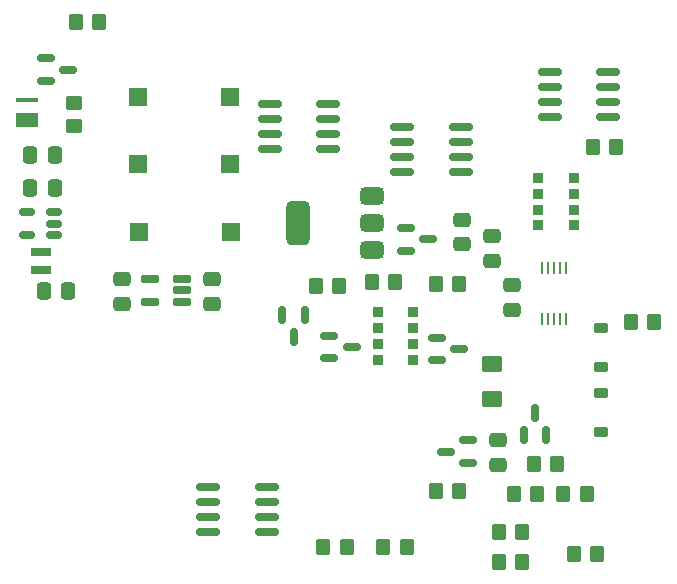
<source format=gbr>
%TF.GenerationSoftware,KiCad,Pcbnew,9.0.3*%
%TF.CreationDate,2025-08-02T21:51:47-05:00*%
%TF.ProjectId,DMM_KiCAD_V3_next KiCAD9,444d4d5f-4b69-4434-9144-5f56335f6e65,rev?*%
%TF.SameCoordinates,Original*%
%TF.FileFunction,Paste,Top*%
%TF.FilePolarity,Positive*%
%FSLAX46Y46*%
G04 Gerber Fmt 4.6, Leading zero omitted, Abs format (unit mm)*
G04 Created by KiCad (PCBNEW 9.0.3) date 2025-08-02 21:51:47*
%MOMM*%
%LPD*%
G01*
G04 APERTURE LIST*
G04 Aperture macros list*
%AMRoundRect*
0 Rectangle with rounded corners*
0 $1 Rounding radius*
0 $2 $3 $4 $5 $6 $7 $8 $9 X,Y pos of 4 corners*
0 Add a 4 corners polygon primitive as box body*
4,1,4,$2,$3,$4,$5,$6,$7,$8,$9,$2,$3,0*
0 Add four circle primitives for the rounded corners*
1,1,$1+$1,$2,$3*
1,1,$1+$1,$4,$5*
1,1,$1+$1,$6,$7*
1,1,$1+$1,$8,$9*
0 Add four rect primitives between the rounded corners*
20,1,$1+$1,$2,$3,$4,$5,0*
20,1,$1+$1,$4,$5,$6,$7,0*
20,1,$1+$1,$6,$7,$8,$9,0*
20,1,$1+$1,$8,$9,$2,$3,0*%
G04 Aperture macros list end*
%ADD10RoundRect,0.250000X-0.350000X-0.450000X0.350000X-0.450000X0.350000X0.450000X-0.350000X0.450000X0*%
%ADD11RoundRect,0.150000X-0.825000X-0.150000X0.825000X-0.150000X0.825000X0.150000X-0.825000X0.150000X0*%
%ADD12R,1.800000X0.650000*%
%ADD13R,1.500000X1.500000*%
%ADD14R,1.900000X1.300000*%
%ADD15R,1.900000X0.400000*%
%ADD16RoundRect,0.250000X-0.450000X0.350000X-0.450000X-0.350000X0.450000X-0.350000X0.450000X0.350000X0*%
%ADD17RoundRect,0.150000X0.587500X0.150000X-0.587500X0.150000X-0.587500X-0.150000X0.587500X-0.150000X0*%
%ADD18RoundRect,0.250000X0.350000X0.450000X-0.350000X0.450000X-0.350000X-0.450000X0.350000X-0.450000X0*%
%ADD19RoundRect,0.225000X-0.375000X0.225000X-0.375000X-0.225000X0.375000X-0.225000X0.375000X0.225000X0*%
%ADD20RoundRect,0.250000X-0.475000X0.337500X-0.475000X-0.337500X0.475000X-0.337500X0.475000X0.337500X0*%
%ADD21RoundRect,0.150000X0.150000X-0.587500X0.150000X0.587500X-0.150000X0.587500X-0.150000X-0.587500X0*%
%ADD22RoundRect,0.150000X-0.587500X-0.150000X0.587500X-0.150000X0.587500X0.150000X-0.587500X0.150000X0*%
%ADD23R,0.900000X0.900000*%
%ADD24RoundRect,0.250000X0.475000X-0.337500X0.475000X0.337500X-0.475000X0.337500X-0.475000X-0.337500X0*%
%ADD25RoundRect,0.150000X0.825000X0.150000X-0.825000X0.150000X-0.825000X-0.150000X0.825000X-0.150000X0*%
%ADD26RoundRect,0.375000X0.625000X0.375000X-0.625000X0.375000X-0.625000X-0.375000X0.625000X-0.375000X0*%
%ADD27RoundRect,0.500000X0.500000X1.400000X-0.500000X1.400000X-0.500000X-1.400000X0.500000X-1.400000X0*%
%ADD28RoundRect,0.250000X-0.337500X-0.475000X0.337500X-0.475000X0.337500X0.475000X-0.337500X0.475000X0*%
%ADD29R,0.250000X1.100000*%
%ADD30RoundRect,0.150000X-0.150000X0.587500X-0.150000X-0.587500X0.150000X-0.587500X0.150000X0.587500X0*%
%ADD31RoundRect,0.150000X0.512500X0.150000X-0.512500X0.150000X-0.512500X-0.150000X0.512500X-0.150000X0*%
%ADD32RoundRect,0.162500X0.617500X0.162500X-0.617500X0.162500X-0.617500X-0.162500X0.617500X-0.162500X0*%
%ADD33RoundRect,0.250001X-0.624999X0.462499X-0.624999X-0.462499X0.624999X-0.462499X0.624999X0.462499X0*%
G04 APERTURE END LIST*
D10*
%TO.C,R7*%
X135500000Y-60800000D03*
X137500000Y-60800000D03*
%TD*%
D11*
%TO.C,U8*%
X108150000Y-57100000D03*
X108150000Y-58370000D03*
X108150000Y-59640000D03*
X108150000Y-60910000D03*
X113100000Y-60910000D03*
X113100000Y-59640000D03*
X113100000Y-58370000D03*
X113100000Y-57100000D03*
%TD*%
D12*
%TO.C,L1*%
X88778500Y-71194000D03*
X88778500Y-69644000D03*
%TD*%
D13*
%TO.C,SW1*%
X104775000Y-56515000D03*
X96975000Y-56515000D03*
%TD*%
%TO.C,SW2*%
X104775000Y-62230000D03*
X96975000Y-62230000D03*
%TD*%
D14*
%TO.C,D1*%
X87630000Y-58465000D03*
D15*
X87630000Y-56815000D03*
%TD*%
D16*
%TO.C,R1*%
X91600000Y-59000000D03*
X91600000Y-57000000D03*
%TD*%
D11*
%TO.C,U4*%
X107885000Y-89535000D03*
X107885000Y-90805000D03*
X107885000Y-92075000D03*
X107885000Y-93345000D03*
X102935000Y-93345000D03*
X102935000Y-92075000D03*
X102935000Y-90805000D03*
X102935000Y-89535000D03*
%TD*%
%TO.C,U5*%
X131850000Y-54390000D03*
X131850000Y-55660000D03*
X131850000Y-56930000D03*
X131850000Y-58200000D03*
X136800000Y-58200000D03*
X136800000Y-56930000D03*
X136800000Y-55660000D03*
X136800000Y-54390000D03*
%TD*%
D17*
%TO.C,U10*%
X124968000Y-87498000D03*
X124968000Y-85598000D03*
X123093000Y-86548000D03*
%TD*%
D10*
%TO.C,R27*%
X122190000Y-89916000D03*
X124190000Y-89916000D03*
%TD*%
%TO.C,R14*%
X128810000Y-90170000D03*
X130810000Y-90170000D03*
%TD*%
D18*
%TO.C,R17*%
X132985000Y-90170000D03*
X134985000Y-90170000D03*
%TD*%
D19*
%TO.C,D4*%
X136200000Y-79350000D03*
X136200000Y-76050000D03*
%TD*%
%TO.C,D5*%
X136200000Y-84850000D03*
X136200000Y-81550000D03*
%TD*%
D20*
%TO.C,C17*%
X127508000Y-87651500D03*
X127508000Y-85576500D03*
%TD*%
D18*
%TO.C,R18*%
X133890000Y-95250000D03*
X135890000Y-95250000D03*
%TD*%
D21*
%TO.C,Q8*%
X130600000Y-83262500D03*
X131550000Y-85137500D03*
X129650000Y-85137500D03*
%TD*%
D18*
%TO.C,R24*%
X132500000Y-87600000D03*
X130500000Y-87600000D03*
%TD*%
D22*
%TO.C,Q7*%
X122307000Y-76920000D03*
X122307000Y-78820000D03*
X124182000Y-77870000D03*
%TD*%
%TO.C,Q6*%
X113207000Y-76720000D03*
X113207000Y-78620000D03*
X115082000Y-77670000D03*
%TD*%
D23*
%TO.C,RN2*%
X120282000Y-74770000D03*
X120282000Y-76110000D03*
X120282000Y-77430000D03*
X120282000Y-78770000D03*
X117282000Y-78770000D03*
X117282000Y-77430000D03*
X117282000Y-76110000D03*
X117282000Y-74770000D03*
%TD*%
D24*
%TO.C,C3*%
X127000000Y-68304500D03*
X127000000Y-70379500D03*
%TD*%
D22*
%TO.C,Q2*%
X119712500Y-67630000D03*
X119712500Y-69530000D03*
X121587500Y-68580000D03*
%TD*%
D24*
%TO.C,C18*%
X124460000Y-68982500D03*
X124460000Y-66907500D03*
%TD*%
D25*
%TO.C,U2*%
X124330000Y-62865000D03*
X124330000Y-61595000D03*
X124330000Y-60325000D03*
X124330000Y-59055000D03*
X119380000Y-59055000D03*
X119380000Y-60325000D03*
X119380000Y-61595000D03*
X119380000Y-62865000D03*
%TD*%
D24*
%TO.C,C4*%
X128660305Y-74531630D03*
X128660305Y-72456630D03*
%TD*%
D18*
%TO.C,R4*%
X129540000Y-95880000D03*
X127540000Y-95880000D03*
%TD*%
D26*
%TO.C,U1*%
X116840000Y-69498750D03*
X116840000Y-67198750D03*
D27*
X110540000Y-67198750D03*
D26*
X116840000Y-64898750D03*
%TD*%
D28*
%TO.C,C19*%
X87884000Y-61468000D03*
X89959000Y-61468000D03*
%TD*%
D18*
%TO.C,R22*%
X119745000Y-94615000D03*
X117745000Y-94615000D03*
%TD*%
D29*
%TO.C,U3*%
X131200305Y-75309130D03*
X131700305Y-75309130D03*
X132200305Y-75309130D03*
X132700305Y-75309130D03*
X133200305Y-75309130D03*
X133200305Y-71009130D03*
X132700305Y-71009130D03*
X132200305Y-71009130D03*
X131700305Y-71009130D03*
X131200305Y-71009130D03*
%TD*%
D10*
%TO.C,R3*%
X127540000Y-93345000D03*
X129540000Y-93345000D03*
%TD*%
%TO.C,R5*%
X112030000Y-72518750D03*
X114030000Y-72518750D03*
%TD*%
%TO.C,R9*%
X116795000Y-72178750D03*
X118795000Y-72178750D03*
%TD*%
D13*
%TO.C,SW4*%
X104865000Y-67945000D03*
X97065000Y-67945000D03*
%TD*%
D20*
%TO.C,C9*%
X95631000Y-71943000D03*
X95631000Y-74018000D03*
%TD*%
D18*
%TO.C,R23*%
X114665000Y-94615000D03*
X112665000Y-94615000D03*
%TD*%
D30*
%TO.C,U11*%
X111125000Y-74942500D03*
X109225000Y-74942500D03*
X110175000Y-76817500D03*
%TD*%
D31*
%TO.C,U9*%
X89916000Y-68194000D03*
X89916000Y-67244000D03*
X89916000Y-66294000D03*
X87641000Y-66294000D03*
X87641000Y-68194000D03*
%TD*%
D32*
%TO.C,U7*%
X100711000Y-73848000D03*
X100711000Y-72898000D03*
X100711000Y-71948000D03*
X98011000Y-71948000D03*
X98011000Y-73848000D03*
%TD*%
D18*
%TO.C,R6*%
X124190000Y-72390000D03*
X122190000Y-72390000D03*
%TD*%
D24*
%TO.C,C10*%
X103251000Y-74018000D03*
X103251000Y-71943000D03*
%TD*%
D10*
%TO.C,R21*%
X138700000Y-75565000D03*
X140700000Y-75565000D03*
%TD*%
D33*
%TO.C,F1*%
X127000000Y-79157500D03*
X127000000Y-82132500D03*
%TD*%
D28*
%TO.C,C15*%
X89011000Y-72959000D03*
X91086000Y-72959000D03*
%TD*%
%TO.C,C16*%
X87884000Y-64262000D03*
X89959000Y-64262000D03*
%TD*%
D23*
%TO.C,RN1*%
X130900000Y-63400000D03*
X130900000Y-64740000D03*
X130900000Y-66060000D03*
X130900000Y-67400000D03*
X133900000Y-67400000D03*
X133900000Y-66060000D03*
X133900000Y-64740000D03*
X133900000Y-63400000D03*
%TD*%
D18*
%TO.C,R2*%
X93710000Y-50165000D03*
X91710000Y-50165000D03*
%TD*%
D22*
%TO.C,Q1*%
X89225000Y-53250000D03*
X89225000Y-55150000D03*
X91100000Y-54200000D03*
%TD*%
M02*

</source>
